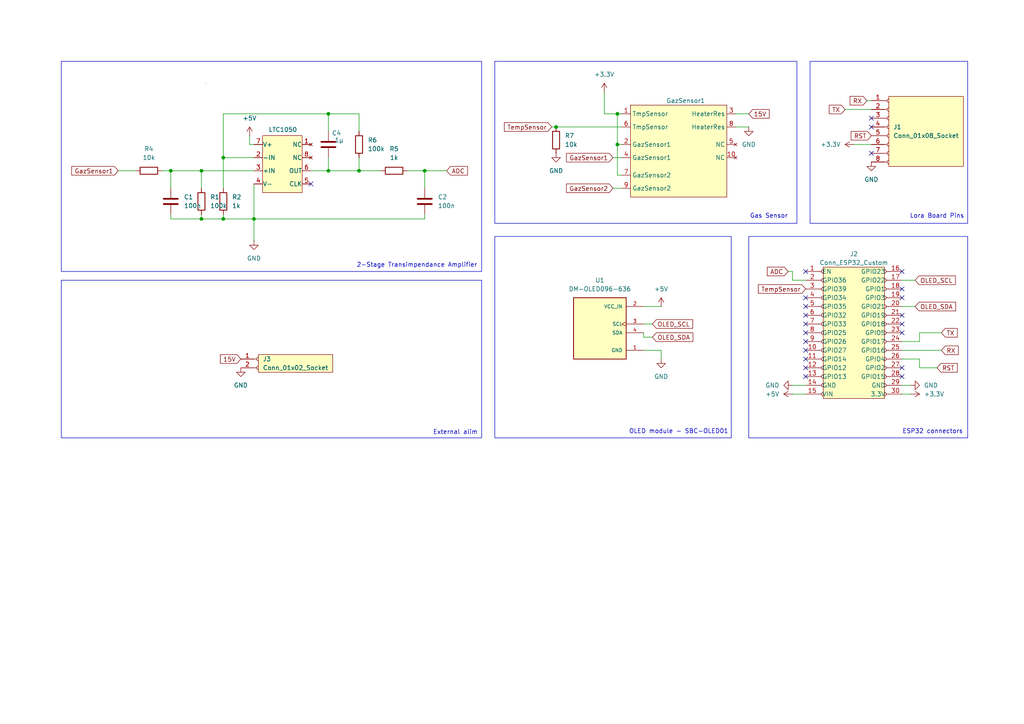
<source format=kicad_sch>
(kicad_sch (version 20250114) (generator "eeschema") (generator_version "9.0")
  (paper "A4")
  (lib_symbols
    (symbol "Connector:Conn_01x02_Socket" (pin_names (offset 1.016) (hide yes))
      (property "Reference" "J3" (at 1.27 0.0001 0))
      (property "Value" "Conn_01x02_Socket" (at 1.27 -2.5399 0))
      (symbol "Conn_01x02_Socket_1_1"
        (polyline (pts (xy -1.27 0) (xy -0.508 0)) (stroke (width 0.1524)))
        (polyline (pts (xy -1.27 -2.54) (xy -0.508 -2.54)) (stroke (width 0.1524)))
        (rectangle (start 0 1.27) (end 21.59 -3.81) (fill (type background)))
        (arc (start 0 -0.508) (mid -0.5058 0) (end 0 0.508) (stroke (width 0.1524)))
        (arc (start 0 -3.048) (mid -0.5058 -2.54) (end 0 -2.032) (stroke (width 0.1524)))
        (pin passive line (at -5.08 0 0) (length 3.81) (name "Pin_1") (number "1"))
        (pin passive line (at -5.08 -2.54 0) (length 3.81) (name "Pin_2") (number "2"))
      )
    )
    (symbol "Connector:Conn_01x08_Socket" (pin_names (offset 1.016) (hide yes))
      (property "Reference" "J1" (at 1.27 0.0001 0))
      (property "Value" "Conn_01x08_Socket" (at 1.27 -2.5399 0))
      (symbol "Conn_01x08_Socket_1_1"
        (polyline (pts (xy -1.27 7.62) (xy -0.508 7.62)) (stroke (width 0.1524)))
        (polyline (pts (xy -1.27 5.08) (xy -0.508 5.08)) (stroke (width 0.1524)))
        (polyline (pts (xy -1.27 2.54) (xy -0.508 2.54)) (stroke (width 0.1524)))
        (polyline (pts (xy -1.27 0) (xy -0.508 0)) (stroke (width 0.1524)))
        (polyline (pts (xy -1.27 -2.54) (xy -0.508 -2.54)) (stroke (width 0.1524)))
        (polyline (pts (xy -1.27 -5.08) (xy -0.508 -5.08)) (stroke (width 0.1524)))
        (polyline (pts (xy -1.27 -7.62) (xy -0.508 -7.62)) (stroke (width 0.1524)))
        (polyline (pts (xy -1.27 -10.16) (xy -0.508 -10.16)) (stroke (width 0.1524)))
        (rectangle (start 0 8.89) (end 21.59 -11.43) (fill (type background)))
        (arc (start 0 7.112) (mid -0.5058 7.62) (end 0 8.128) (stroke (width 0.1524)))
        (arc (start 0 4.572) (mid -0.5058 5.08) (end 0 5.588) (stroke (width 0.1524)))
        (arc (start 0 2.032) (mid -0.5058 2.54) (end 0 3.048) (stroke (width 0.1524)))
        (arc (start 0 -0.508) (mid -0.5058 0) (end 0 0.508) (stroke (width 0.1524)))
        (arc (start 0 -3.048) (mid -0.5058 -2.54) (end 0 -2.032) (stroke (width 0.1524)))
        (arc (start 0 -5.588) (mid -0.5058 -5.08) (end 0 -4.572) (stroke (width 0.1524)))
        (arc (start 0 -8.128) (mid -0.5058 -7.62) (end 0 -7.112) (stroke (width 0.1524)))
        (arc (start 0 -10.668) (mid -0.5058 -10.16) (end 0 -9.652) (stroke (width 0.1524)))
        (pin passive line (at -5.08 7.62 0) (length 3.81) (name "Pin_1") (number "1"))
        (pin passive line (at -5.08 5.08 0) (length 3.81) (name "Pin_2") (number "2"))
        (pin passive line (at -5.08 2.54 0) (length 3.81) (name "Pin_3") (number "3"))
        (pin passive line (at -5.08 0 0) (length 3.81) (name "Pin_4") (number "4"))
        (pin passive line (at -5.08 -2.54 0) (length 3.81) (name "Pin_5") (number "5"))
        (pin passive line (at -5.08 -5.08 0) (length 3.81) (name "Pin_6") (number "6"))
        (pin passive line (at -5.08 -7.62 0) (length 3.81) (name "Pin_7") (number "7"))
        (pin passive line (at -5.08 -10.16 0) (length 3.81) (name "Pin_8") (number "8"))
      )
    )
    (symbol "DM-OLED096-636:DM-OLED096-636" (pin_names (offset 1.016))
      (property "Reference" "U1" (at 0 15.24 0))
      (property "Value" "DM-OLED096-636" (at 0 12.7 0))
      (symbol "DM-OLED096-636_0_0"
        (rectangle (start -7.62 10.16) (end 7.62 -7.62) (stroke (width 0.254)) (fill (type background)))
        (pin power_in line (at 12.7 7.62 180) (length 5.08) (name "VCC_IN") (number "2"))
        (pin input clock (at 12.7 2.54 180) (length 5.08) (name "SCL") (number "3"))
        (pin bidirectional line (at 12.7 0 180) (length 5.08) (name "SDA") (number "4"))
        (pin power_in line (at 12.7 -5.08 180) (length 5.08) (name "GND") (number "1"))
      )
    )
    (symbol "Device:C" (pin_numbers (hide yes)) (pin_names (offset 0.254))
      (property "Reference" "C" (at 0.635 2.54 0))
      (property "Value" "C" (at 0.635 -2.54 0))
      (symbol "C_0_1"
        (polyline (pts (xy -2.032 0.762) (xy 2.032 0.762)) (stroke (width 0.508)))
        (polyline (pts (xy -2.032 -0.762) (xy 2.032 -0.762)) (stroke (width 0.508)))
      )
      (symbol "C_1_1"
        (pin passive line (at 0 3.81 270) (length 2.794) (name "~") (number "1"))
        (pin passive line (at 0 -3.81 90) (length 2.794) (name "~") (number "2"))
      )
    )
    (symbol "Device:R" (pin_numbers (hide yes)) (pin_names (offset 0))
      (property "Reference" "R" (at 2.032 0 90))
      (property "Value" "R" (at 0 0 90))
      (symbol "R_0_1"
        (rectangle (start -1.016 -2.54) (end 1.016 2.54) (stroke (width 0.254)))
      )
      (symbol "R_1_1"
        (pin passive line (at 0 3.81 270) (length 1.27) (name "~") (number "1"))
        (pin passive line (at 0 -3.81 90) (length 1.27) (name "~") (number "2"))
      )
    )
    (symbol "ESP32:Conn_ESP32_Custom" (pin_names (offset 1.016))
      (property "Reference" "J2" (at -7.62 16.51 0))
      (property "Value" "Conn_ESP32_Custom" (at -7.62 13.97 0))
      (symbol "Conn_ESP32_Custom_1_1"
        (polyline (pts (xy -17.78 11.43) (xy -17.018 11.43)) (stroke (width 0.1524)))
        (polyline (pts (xy -17.78 8.89) (xy -17.018 8.89)) (stroke (width 0.1524)))
        (polyline (pts (xy -17.78 6.35) (xy -17.018 6.35)) (stroke (width 0.1524)))
        (polyline (pts (xy -17.78 3.81) (xy -17.018 3.81)) (stroke (width 0.1524)))
        (polyline (pts (xy -17.78 1.27) (xy -17.018 1.27)) (stroke (width 0.1524)))
        (polyline (pts (xy -17.78 -1.27) (xy -17.018 -1.27)) (stroke (width 0.1524)))
        (polyline (pts (xy -17.78 -3.81) (xy -17.018 -3.81)) (stroke (width 0.1524)))
        (polyline (pts (xy -17.78 -6.35) (xy -17.018 -6.35)) (stroke (width 0.1524)))
        (polyline (pts (xy -17.78 -8.89) (xy -17.018 -8.89)) (stroke (width 0.1524)))
        (polyline (pts (xy -17.78 -11.43) (xy -17.018 -11.43)) (stroke (width 0.1524)))
        (polyline (pts (xy -17.78 -13.97) (xy -17.018 -13.97)) (stroke (width 0.1524)))
        (polyline (pts (xy -17.78 -16.51) (xy -17.018 -16.51)) (stroke (width 0.1524)))
        (polyline (pts (xy -17.78 -19.05) (xy -17.018 -19.05)) (stroke (width 0.1524)))
        (polyline (pts (xy -17.78 -21.59) (xy -17.018 -21.59)) (stroke (width 0.1524)))
        (polyline (pts (xy -17.78 -24.13) (xy -17.018 -24.13)) (stroke (width 0.1524)))
        (rectangle (start -16.51 12.7) (end 1.27 -25.4) (fill (type background)))
        (arc (start -16.51 10.922) (mid -17.0158 11.43) (end -16.51 11.938) (stroke (width 0.1524)))
        (arc (start -16.51 8.382) (mid -17.0158 8.89) (end -16.51 9.398) (stroke (width 0.1524)))
        (arc (start -16.51 5.842) (mid -17.0158 6.35) (end -16.51 6.858) (stroke (width 0.1524)))
        (arc (start -16.51 3.302) (mid -17.0158 3.81) (end -16.51 4.318) (stroke (width 0.1524)))
        (arc (start -16.51 0.762) (mid -17.0158 1.27) (end -16.51 1.778) (stroke (width 0.1524)))
        (arc (start -16.51 -1.778) (mid -17.0158 -1.27) (end -16.51 -0.762) (stroke (width 0.1524)))
        (arc (start -16.51 -4.318) (mid -17.0158 -3.81) (end -16.51 -3.302) (stroke (width 0.1524)))
        (arc (start -16.51 -6.858) (mid -17.0158 -6.35) (end -16.51 -5.842) (stroke (width 0.1524)))
        (arc (start -16.51 -9.398) (mid -17.0158 -8.89) (end -16.51 -8.382) (stroke (width 0.1524)))
        (arc (start -16.51 -11.938) (mid -17.0158 -11.43) (end -16.51 -10.922) (stroke (width 0.1524)))
        (arc (start -16.51 -14.478) (mid -17.0158 -13.97) (end -16.51 -13.462) (stroke (width 0.1524)))
        (arc (start -16.51 -17.018) (mid -17.0158 -16.51) (end -16.51 -16.002) (stroke (width 0.1524)))
        (arc (start -16.51 -19.558) (mid -17.0158 -19.05) (end -16.51 -18.542) (stroke (width 0.1524)))
        (arc (start -16.51 -22.098) (mid -17.0158 -21.59) (end -16.51 -21.082) (stroke (width 0.1524)))
        (arc (start -16.51 -24.638) (mid -17.0158 -24.13) (end -16.51 -23.622) (stroke (width 0.1524)))
        (arc (start 1.27 11.938) (mid 1.7758 11.43) (end 1.27 10.922) (stroke (width 0.1524)))
        (arc (start 1.27 9.398) (mid 1.7758 8.89) (end 1.27 8.382) (stroke (width 0.1524)))
        (arc (start 1.27 6.858) (mid 1.7758 6.35) (end 1.27 5.842) (stroke (width 0.1524)))
        (arc (start 1.27 4.318) (mid 1.7758 3.81) (end 1.27 3.302) (stroke (width 0.1524)))
        (arc (start 1.27 1.778) (mid 1.7758 1.27) (end 1.27 0.762) (stroke (width 0.1524)))
        (arc (start 1.27 -0.762) (mid 1.7758 -1.27) (end 1.27 -1.778) (stroke (width 0.1524)))
        (arc (start 1.27 -3.302) (mid 1.7758 -3.81) (end 1.27 -4.318) (stroke (width 0.1524)))
        (arc (start 1.27 -5.842) (mid 1.7758 -6.35) (end 1.27 -6.858) (stroke (width 0.1524)))
        (arc (start 1.27 -8.382) (mid 1.7758 -8.89) (end 1.27 -9.398) (stroke (width 0.1524)))
        (arc (start 1.27 -10.922) (mid 1.7758 -11.43) (end 1.27 -11.938) (stroke (width 0.1524)))
        (arc (start 1.27 -13.462) (mid 1.7758 -13.97) (end 1.27 -14.478) (stroke (width 0.1524)))
        (arc (start 1.27 -16.002) (mid 1.7758 -16.51) (end 1.27 -17.018) (stroke (width 0.1524)))
        (arc (start 1.27 -18.542) (mid 1.7758 -19.05) (end 1.27 -19.558) (stroke (width 0.1524)))
        (arc (start 1.27 -21.082) (mid 1.7758 -21.59) (end 1.27 -22.098) (stroke (width 0.1524)))
        (arc (start 1.27 -23.622) (mid 1.7758 -24.13) (end 1.27 -24.638) (stroke (width 0.1524)))
        (polyline (pts (xy 2.54 11.43) (xy 1.778 11.43)) (stroke (width 0.1524)))
        (polyline (pts (xy 2.54 8.89) (xy 1.778 8.89)) (stroke (width 0.1524)))
        (polyline (pts (xy 2.54 6.35) (xy 1.778 6.35)) (stroke (width 0.1524)))
        (polyline (pts (xy 2.54 3.81) (xy 1.778 3.81)) (stroke (width 0.1524)))
        (polyline (pts (xy 2.54 1.27) (xy 1.778 1.27)) (stroke (width 0.1524)))
        (polyline (pts (xy 2.54 -1.27) (xy 1.778 -1.27)) (stroke (width 0.1524)))
        (polyline (pts (xy 2.54 -3.81) (xy 1.778 -3.81)) (stroke (width 0.1524)))
        (polyline (pts (xy 2.54 -6.35) (xy 1.778 -6.35)) (stroke (width 0.1524)))
        (polyline (pts (xy 2.54 -8.89) (xy 1.778 -8.89)) (stroke (width 0.1524)))
        (polyline (pts (xy 2.54 -11.43) (xy 1.778 -11.43)) (stroke (width 0.1524)))
        (polyline (pts (xy 2.54 -13.97) (xy 1.778 -13.97)) (stroke (width 0.1524)))
        (polyline (pts (xy 2.54 -16.51) (xy 1.778 -16.51)) (stroke (width 0.1524)))
        (polyline (pts (xy 2.54 -19.05) (xy 1.778 -19.05)) (stroke (width 0.1524)))
        (polyline (pts (xy 2.54 -21.59) (xy 1.778 -21.59)) (stroke (width 0.1524)))
        (polyline (pts (xy 2.54 -24.13) (xy 1.778 -24.13)) (stroke (width 0.1524)))
        (pin passive line (at -21.59 11.43 0) (length 3.81) (name "EN") (number "1"))
        (pin passive line (at -21.59 8.89 0) (length 3.81) (name "GPIO36") (number "2"))
        (pin passive line (at -21.59 6.35 0) (length 3.81) (name "GPIO39") (number "3"))
        (pin passive line (at -21.59 3.81 0) (length 3.81) (name "GPIO34") (number "4"))
        (pin passive line (at -21.59 1.27 0) (length 3.81) (name "GPIO35") (number "5"))
        (pin passive line (at -21.59 -1.27 0) (length 3.81) (name "GPIO32") (number "6"))
        (pin passive line (at -21.59 -3.81 0) (length 3.81) (name "GPIO33") (number "7"))
        (pin passive line (at -21.59 -6.35 0) (length 3.81) (name "GPIO25") (number "8"))
        (pin passive line (at -21.59 -8.89 0) (length 3.81) (name "GPIO26") (number "9"))
        (pin passive line (at -21.59 -11.43 0) (length 3.81) (name "GPIO27") (number "10"))
        (pin passive line (at -21.59 -13.97 0) (length 3.81) (name "GPIO14") (number "11"))
        (pin passive line (at -21.59 -16.51 0) (length 3.81) (name "GPIO12") (number "12"))
        (pin passive line (at -21.59 -19.05 0) (length 3.81) (name "GPIO13") (number "13"))
        (pin passive line (at -21.59 -21.59 0) (length 3.81) (name "GND") (number "14"))
        (pin passive line (at -21.59 -24.13 0) (length 3.81) (name "VIN") (number "15"))
        (pin passive line (at 6.35 11.43 180) (length 3.81) (name "GPIO23") (number "16"))
        (pin passive line (at 6.35 8.89 180) (length 3.81) (name "GPIO22") (number "17"))
        (pin passive line (at 6.35 6.35 180) (length 3.81) (name "GPIO1") (number "18"))
        (pin passive line (at 6.35 3.81 180) (length 3.81) (name "GPIO3") (number "19"))
        (pin passive line (at 6.35 1.27 180) (length 3.81) (name "GPIO21") (number "20"))
        (pin passive line (at 6.35 -1.27 180) (length 3.81) (name "GPIO19") (number "21"))
        (pin passive line (at 6.35 -3.81 180) (length 3.81) (name "GPIO18") (number "22"))
        (pin passive line (at 6.35 -6.35 180) (length 3.81) (name "GPIO5") (number "23"))
        (pin passive line (at 6.35 -8.89 180) (length 3.81) (name "GPIO17") (number "24"))
        (pin passive line (at 6.35 -11.43 180) (length 3.81) (name "GPIO16") (number "25"))
        (pin passive line (at 6.35 -13.97 180) (length 3.81) (name "GPIO4") (number "26"))
        (pin passive line (at 6.35 -16.51 180) (length 3.81) (name "GPIO2") (number "27"))
        (pin passive line (at 6.35 -19.05 180) (length 3.81) (name "GPIO15") (number "28"))
        (pin passive line (at 6.35 -21.59 180) (length 3.81) (name "GND") (number "29"))
        (pin passive line (at 6.35 -24.13 180) (length 3.81) (name "3.3V") (number "30"))
      )
    )
    (symbol "LTC1050:LTC1050" (pin_names (offset 0.002))
      (property "Reference" "LTC1050" (at -0.508 5.588 0))
      (symbol "LTC1050_0_1"
        (rectangle (start -22.86 19.05) (end -22.86 19.05))
      )
      (symbol "LTC1050_1_1"
        (rectangle (start -6.35 3.81) (end 5.08 -12.7) (fill (type background)))
        (pin input line (at -8.89 1.27 0) (length 2.54) (name "V+") (number "7"))
        (pin input line (at -8.89 -2.54 0) (length 2.54) (name "-IN") (number "2"))
        (pin input line (at -8.89 -6.35 0) (length 2.54) (name "+IN") (number "3"))
        (pin input line (at -8.89 -10.16 0) (length 2.54) (name "V-") (number "4"))
        (pin no_connect line (at 7.62 1.27 180) (length 2.54) (name "NC") (number "1"))
        (pin no_connect line (at 7.62 -2.54 180) (length 2.54) (name "NC") (number "8"))
        (pin output line (at 7.62 -6.35 180) (length 2.54) (name "OUT") (number "6"))
        (pin input line (at 7.62 -10.16 180) (length 2.54) (name "CLK") (number "5"))
      )
    )
    (symbol "gaz_sensor:gaz_sensor"
      (property "Reference" "GazSensor" (at 2.032 1.27 0))
      (symbol "gaz_sensor_0_1"
        (rectangle (start -13.97 0) (end -13.97 0))
      )
      (symbol "gaz_sensor_1_1"
        (rectangle (start -13.97 0) (end 13.97 -26.67) (fill (type background)))
        (pin input line (at -16.51 -2.54 0) (length 2.54) (name "TmpSensor") (number "1"))
        (pin output line (at -16.51 -6.35 0) (length 2.54) (name "TmpSensor") (number "6"))
        (pin input line (at -16.51 -11.43 0) (length 2.54) (name "GazSensor1") (number "2"))
        (pin output line (at -16.51 -15.24 0) (length 2.54) (name "GazSensor1") (number "4"))
        (pin input line (at -16.51 -20.32 0) (length 2.54) (name "GazSensor2") (number "7"))
        (pin output line (at -16.51 -24.13 0) (length 2.54) (name "GazSensor2") (number "9"))
        (pin input line (at 16.51 -2.54 180) (length 2.54) (name "HeaterRes") (number "3"))
        (pin input line (at 16.51 -6.35 180) (length 2.54) (name "HeaterRes") (number "8"))
        (pin no_connect line (at 16.51 -11.43 180) (length 2.54) (name "NC") (number "5"))
        (pin no_connect line (at 16.51 -15.24 180) (length 2.54) (name "NC") (number "10"))
      )
    )
    (symbol "power:+3.3V" (power) (pin_numbers (hide yes)) (pin_names (offset 0) (hide yes))
      (property "Value" "+3.3V" (at 0 3.556 0))
      (symbol "+3.3V_0_1"
        (polyline (pts (xy -0.762 1.27) (xy 0 2.54)))
        (polyline (pts (xy 0 2.54) (xy 0.762 1.27)))
        (polyline (pts (xy 0 0) (xy 0 2.54)))
      )
      (symbol "+3.3V_1_1"
        (pin power_in line (at 0 0 90) (length 0) (name "~") (number "1"))
      )
    )
    (symbol "power:+5V" (power) (pin_numbers (hide yes)) (pin_names (offset 0) (hide yes))
      (property "Value" "+5V" (at 0 3.556 0))
      (symbol "+5V_0_1"
        (polyline (pts (xy -0.762 1.27) (xy 0 2.54)))
        (polyline (pts (xy 0 2.54) (xy 0.762 1.27)))
        (polyline (pts (xy 0 0) (xy 0 2.54)))
      )
      (symbol "+5V_1_1"
        (pin power_in line (at 0 0 90) (length 0) (name "~") (number "1"))
      )
    )
    (symbol "power:GND" (power) (pin_numbers (hide yes)) (pin_names (offset 0) (hide yes))
      (property "Value" "GND" (at 0 -3.81 0))
      (symbol "GND_0_1"
        (polyline (pts (xy 0 0) (xy 0 -1.27) (xy 1.27 -1.27) (xy 0 -2.54) (xy -1.27 -1.27) (xy 0 -1.27)))
      )
      (symbol "GND_1_1"
        (pin power_in line (at 0 0 270) (length 0) (name "~") (number "1"))
      )
    )
  )
  (rectangle (start 143.51 17.78) (end 231.14 64.77))
  (rectangle (start 17.78 81.28) (end 139.7 127))
  (rectangle (start 217.17 68.58) (end 280.67 127))
  (rectangle (start 234.95 17.78) (end 280.67 64.77))
  (rectangle (start 143.51 68.58) (end 212.09 127))
  (rectangle (start 17.78 17.78) (end 139.7 78.74))
  (text "External alim\n" (at 132.08 125.476 0) (effects (font (size 1.27 1.27))))
  (text "OLED module - SBC-OLED01\n" (at 196.85 125.222 0) (effects (font (size 1.27 1.27))))
  (text "Gas Sensor\n" (at 223.012 62.738 0) (effects (font (size 1.27 1.27))))
  (text "2-Stage Transimpendance Amplifier " (at 121.412 76.962 0) (effects (font (size 1.27 1.27))))
  (text "Lora Board Pins" (at 271.78 62.738 0) (effects (font (size 1.27 1.27))))
  (text "ESP32 connectors\n" (at 270.51 125.222 0) (effects (font (size 1.27 1.27))))
  (junction (at 64.77 45.72))
  (junction (at 49.53 49.53))
  (junction (at 73.66 63.5))
  (junction (at 95.25 33.02))
  (junction (at 161.29 36.83))
  (junction (at 95.25 49.53))
  (junction (at 104.14 49.53))
  (junction (at 123.19 49.53))
  (junction (at 58.42 49.53))
  (junction (at 58.42 63.5))
  (junction (at 179.07 33.02))
  (junction (at 64.77 63.5))
  (junction (at 179.07 41.91))
  (no_connect (at 233.68 91.44))
  (no_connect (at 233.68 86.36))
  (no_connect (at 233.68 109.22))
  (no_connect (at 261.62 96.52))
  (no_connect (at 233.68 101.6))
  (no_connect (at 252.73 34.29))
  (no_connect (at 90.17 53.34))
  (no_connect (at 233.68 99.06))
  (no_connect (at 252.73 36.83))
  (no_connect (at 261.62 91.44))
  (no_connect (at 233.68 88.9))
  (no_connect (at 252.73 44.45))
  (no_connect (at 233.68 78.74))
  (no_connect (at 261.62 78.74))
  (no_connect (at 233.68 96.52))
  (no_connect (at 233.68 93.98))
  (no_connect (at 261.62 109.22))
  (no_connect (at 233.68 106.68))
  (no_connect (at 233.68 104.14))
  (no_connect (at 261.62 93.98))
  (no_connect (at 261.62 86.36))
  (no_connect (at 261.62 83.82))
  (no_connect (at 261.62 106.68))
  (wire (pts (xy 179.07 33.02) (xy 180.34 33.02)))
  (wire (pts (xy 247.65 41.91) (xy 252.73 41.91)))
  (wire (pts (xy 177.8 54.61) (xy 180.34 54.61)))
  (wire (pts (xy 64.77 45.72) (xy 64.77 54.61)))
  (wire (pts (xy 213.36 33.02) (xy 217.17 33.02)))
  (wire (pts (xy 228.6 78.74) (xy 229.87 78.74)))
  (wire (pts (xy 104.14 45.72) (xy 104.14 49.53)))
  (wire (pts (xy 95.25 49.53) (xy 104.14 49.53)))
  (wire (pts (xy 191.77 101.6) (xy 191.77 104.14)))
  (wire (pts (xy 104.14 38.1) (xy 104.14 33.02)))
  (wire (pts (xy 123.19 63.5) (xy 123.19 62.23)))
  (wire (pts (xy 179.07 33.02) (xy 179.07 41.91)))
  (wire (pts (xy 64.77 62.23) (xy 64.77 63.5)))
  (wire (pts (xy 123.19 49.53) (xy 129.54 49.53)))
  (wire (pts (xy 266.7 96.52) (xy 273.05 96.52)))
  (wire (pts (xy 104.14 33.02) (xy 95.25 33.02)))
  (wire (pts (xy 213.36 36.83) (xy 217.17 36.83)))
  (wire (pts (xy 49.53 49.53) (xy 49.53 54.61)))
  (wire (pts (xy 261.62 111.76) (xy 264.16 111.76)))
  (wire (pts (xy 229.87 111.76) (xy 233.68 111.76)))
  (wire (pts (xy 58.42 62.23) (xy 58.42 63.5)))
  (wire (pts (xy 177.8 45.72) (xy 180.34 45.72)))
  (wire (pts (xy 95.25 38.1) (xy 95.25 33.02)))
  (wire (pts (xy 118.11 49.53) (xy 123.19 49.53)))
  (wire (pts (xy 186.69 97.79) (xy 189.23 97.79)))
  (wire (pts (xy 186.69 88.9) (xy 191.77 88.9)))
  (wire (pts (xy 161.29 36.83) (xy 180.34 36.83)))
  (wire (pts (xy 266.7 106.68) (xy 271.78 106.68)))
  (wire (pts (xy 58.42 49.53) (xy 73.66 49.53)))
  (wire (pts (xy 73.66 63.5) (xy 73.66 69.85)))
  (wire (pts (xy 179.07 41.91) (xy 179.07 50.8)))
  (wire (pts (xy 58.42 63.5) (xy 64.77 63.5)))
  (wire (pts (xy 104.14 49.53) (xy 110.49 49.53)))
  (wire (pts (xy 73.66 53.34) (xy 73.66 63.5)))
  (wire (pts (xy 266.7 106.68) (xy 266.7 104.14)))
  (wire (pts (xy 186.69 96.52) (xy 186.69 97.79)))
  (wire (pts (xy 49.53 63.5) (xy 58.42 63.5)))
  (wire (pts (xy 229.87 114.3) (xy 233.68 114.3)))
  (wire (pts (xy 186.69 101.6) (xy 191.77 101.6)))
  (wire (pts (xy 123.19 49.53) (xy 123.19 54.61)))
  (wire (pts (xy 64.77 45.72) (xy 73.66 45.72)))
  (wire (pts (xy 49.53 62.23) (xy 49.53 63.5)))
  (wire (pts (xy 58.42 49.53) (xy 58.42 54.61)))
  (wire (pts (xy 73.66 63.5) (xy 123.19 63.5)))
  (wire (pts (xy 73.66 41.91) (xy 72.39 41.91)))
  (wire (pts (xy 95.25 45.72) (xy 95.25 49.53)))
  (wire (pts (xy 64.77 63.5) (xy 73.66 63.5)))
  (wire (pts (xy 95.25 33.02) (xy 64.77 33.02)))
  (wire (pts (xy 229.87 78.74) (xy 229.87 81.28)))
  (wire (pts (xy 179.07 41.91) (xy 180.34 41.91)))
  (wire (pts (xy 34.29 49.53) (xy 39.37 49.53)))
  (wire (pts (xy 266.7 96.52) (xy 266.7 99.06)))
  (wire (pts (xy 261.62 101.6) (xy 273.05 101.6)))
  (wire (pts (xy 266.7 99.06) (xy 261.62 99.06)))
  (wire (pts (xy 186.69 93.98) (xy 189.23 93.98)))
  (wire (pts (xy 64.77 33.02) (xy 64.77 45.72)))
  (wire (pts (xy 261.62 88.9) (xy 265.43 88.9)))
  (wire (pts (xy 175.26 33.02) (xy 179.07 33.02)))
  (wire (pts (xy 49.53 49.53) (xy 58.42 49.53)))
  (wire (pts (xy 46.99 49.53) (xy 49.53 49.53)))
  (wire (pts (xy 175.26 26.67) (xy 175.26 33.02)))
  (wire (pts (xy 72.39 41.91) (xy 72.39 39.37)))
  (wire (pts (xy 245.11 31.75) (xy 252.73 31.75)))
  (wire (pts (xy 160.02 36.83) (xy 161.29 36.83)))
  (wire (pts (xy 266.7 104.14) (xy 261.62 104.14)))
  (wire (pts (xy 261.62 114.3) (xy 264.16 114.3)))
  (wire (pts (xy 251.46 29.21) (xy 252.73 29.21)))
  (wire (pts (xy 179.07 50.8) (xy 180.34 50.8)))
  (wire (pts (xy 229.87 81.28) (xy 233.68 81.28)))
  (wire (pts (xy 261.62 81.28) (xy 265.43 81.28)))
  (wire (pts (xy 90.17 49.53) (xy 95.25 49.53)))
  (global_label "GazSensor1" (shape input) (at 34.29 49.53 180) (property "Intersheetrefs" "${INTERSHEET_REFS}" (effects (hide yes))))
  (global_label "15V" (shape input) (at 217.17 33.02 0) (property "Intersheetrefs" "${INTERSHEET_REFS}" (effects (hide yes))))
  (global_label "RX" (shape input) (at 251.46 29.21 180) (property "Intersheetrefs" "${INTERSHEET_REFS}" (effects (hide yes))))
  (global_label "GazSensor2" (shape input) (at 177.8 54.61 180) (property "Intersheetrefs" "${INTERSHEET_REFS}" (effects (hide yes))))
  (global_label "ADC" (shape input) (at 228.6 78.74 180) (property "Intersheetrefs" "${INTERSHEET_REFS}" (effects (hide yes))))
  (global_label "TX" (shape input) (at 273.05 96.52 0) (property "Intersheetrefs" "${INTERSHEET_REFS}" (effects (hide yes))))
  (global_label "TempSensor" (shape input) (at 233.68 83.82 180) (property "Intersheetrefs" "${INTERSHEET_REFS}" (effects (hide yes))))
  (global_label "TX" (shape input) (at 245.11 31.75 180) (property "Intersheetrefs" "${INTERSHEET_REFS}" (effects (hide yes))))
  (global_label "OLED_SCL" (shape input) (at 189.23 93.98 0) (property "Intersheetrefs" "${INTERSHEET_REFS}" (effects (hide yes))))
  (global_label "TempSensor" (shape input) (at 160.02 36.83 180) (property "Intersheetrefs" "${INTERSHEET_REFS}" (effects (hide yes))))
  (global_label "15V" (shape input) (at 69.85 104.14 180) (property "Intersheetrefs" "${INTERSHEET_REFS}" (effects (hide yes))))
  (global_label "RX" (shape input) (at 273.05 101.6 0) (property "Intersheetrefs" "${INTERSHEET_REFS}" (effects (hide yes))))
  (global_label "RST" (shape input) (at 271.78 106.68 0) (property "Intersheetrefs" "${INTERSHEET_REFS}" (effects (hide yes))))
  (global_label "RST" (shape input) (at 252.73 39.37 180) (property "Intersheetrefs" "${INTERSHEET_REFS}" (effects (hide yes))))
  (global_label "OLED_SCL" (shape input) (at 265.43 81.28 0) (property "Intersheetrefs" "${INTERSHEET_REFS}" (effects (hide yes))))
  (global_label "OLED_SDA" (shape input) (at 265.43 88.9 0) (property "Intersheetrefs" "${INTERSHEET_REFS}" (effects (hide yes))))
  (global_label "ADC" (shape input) (at 129.54 49.53 0) (property "Intersheetrefs" "${INTERSHEET_REFS}" (effects (hide yes))))
  (global_label "GazSensor1" (shape input) (at 177.8 45.72 180) (property "Intersheetrefs" "${INTERSHEET_REFS}" (effects (hide yes))))
  (global_label "OLED_SDA" (shape input) (at 189.23 97.79 0) (property "Intersheetrefs" "${INTERSHEET_REFS}" (effects (hide yes))))
  (symbol (lib_id "Device:R") (at 58.42 58.42 0) (unit 1)
    (property "Reference" "R1" (at 60.96 57.1499 0) (effects (justify left)))
    (property "Value" "100k" (at 60.96 59.6899 0) (effects (justify left)))
    (property "Footprint" "Resistor_THT:R_Axial_DIN0207_L6.3mm_D2.5mm_P10.16mm_Horizontal" (effects (hide yes)))
    (property "Description" "Resistor" (effects (hide yes)))
  )
  (symbol (lib_id "power:GND") (at 217.17 36.83 0) (unit 1)
    (property "Reference" "#PWR06" (effects (hide yes)))
    (property "Value" "GND" (at 217.17 41.91 0))
    (property "Description" "Power symbol creates a global label with name \"GND\" , ground" (effects (hide yes)))
  )
  (symbol (lib_id "power:GND") (at 191.77 104.14 0) (unit 1)
    (property "Reference" "#PWR015" (effects (hide yes)))
    (property "Value" "GND" (at 191.77 109.22 0))
    (property "Description" "Power symbol creates a global label with name \"GND\" , ground" (effects (hide yes)))
  )
  (symbol (lib_id "power:GND") (at 69.85 106.68 0) (unit 1)
    (property "Reference" "#PWR02" (effects (hide yes)))
    (property "Value" "GND" (at 69.85 111.76 0))
    (property "Description" "Power symbol creates a global label with name \"GND\" , ground" (effects (hide yes)))
  )
  (symbol (lib_id "power:GND") (at 229.87 111.76 270) (unit 1)
    (property "Reference" "#PWR012" (effects (hide yes)))
    (property "Value" "GND" (at 226.06 111.7599 90) (effects (justify right)))
    (property "Description" "Power symbol creates a global label with name \"GND\" , ground" (effects (hide yes)))
  )
  (symbol (lib_id "LTC1050:LTC1050") (at 82.55 43.18 0) (unit 1)
    (property "Reference" "LTC1050" (at 82.042 37.592 0))
    (property "Footprint" "LTC1050HS8_TRPBF:SO-8_S" (effects (hide yes)))
  )
  (symbol (lib_id "Device:R") (at 64.77 58.42 0) (unit 1)
    (property "Reference" "R2" (at 67.31 57.1499 0) (effects (justify left)))
    (property "Value" "1k" (at 67.31 59.6899 0) (effects (justify left)))
    (property "Footprint" "Resistor_THT:R_Axial_DIN0207_L6.3mm_D2.5mm_P10.16mm_Horizontal" (effects (hide yes)))
    (property "Description" "Resistor" (effects (hide yes)))
  )
  (symbol (lib_id "Device:C") (at 49.53 58.42 0) (unit 1)
    (property "Reference" "C1" (at 53.34 57.1499 0) (effects (justify left)))
    (property "Value" "100n" (at 53.34 59.6899 0) (effects (justify left)))
    (property "Footprint" "Capacitor_THT:C_Disc_D5.1mm_W3.2mm_P5.00mm" (effects (hide yes)))
    (property "Description" "Unpolarized capacitor" (effects (hide yes)))
  )
  (symbol (lib_id "power:+3.3V") (at 247.65 41.91 90) (unit 1)
    (property "Reference" "#PWR011" (effects (hide yes)))
    (property "Value" "+3.3V" (at 243.84 41.9099 90) (effects (justify left)))
    (property "Description" "Power symbol creates a global label with name \"+3.3V\"" (effects (hide yes)))
  )
  (symbol (lib_id "power:GND") (at 264.16 111.76 90) (unit 1)
    (property "Reference" "#PWR013" (effects (hide yes)))
    (property "Value" "GND" (at 267.97 111.7599 90) (effects (justify right)))
    (property "Description" "Power symbol creates a global label with name \"GND\" , ground" (effects (hide yes)))
  )
  (symbol (lib_id "Connector:Conn_01x08_Socket") (at 257.81 36.83 0) (unit 1)
    (property "Reference" "J1" (at 259.08 36.8299 0) (effects (justify left)))
    (property "Value" "Conn_01x08_Socket" (at 259.08 39.3699 0) (effects (justify left)))
    (property "Footprint" "Connector_PinSocket_2.54mm:PinSocket_1x08_P2.54mm_Vertical" (effects (hide yes)))
    (property "Description" "Generic connector, single row, 01x08, script generated" (effects (hide yes)))
  )
  (symbol (lib_id "Device:R") (at 114.3 49.53 90) (unit 1)
    (property "Reference" "R5" (at 114.3 43.18 90))
    (property "Value" "1k" (at 114.3 45.72 90))
    (property "Footprint" "Resistor_THT:R_Axial_DIN0207_L6.3mm_D2.5mm_P10.16mm_Horizontal" (effects (hide yes)))
    (property "Description" "Resistor" (effects (hide yes)))
  )
  (symbol (lib_id "Connector:Conn_01x02_Socket") (at 74.93 104.14 0) (unit 1)
    (property "Reference" "J3" (at 76.2 104.1399 0) (effects (justify left)))
    (property "Value" "Conn_01x02_Socket" (at 76.2 106.6799 0) (effects (justify left)))
    (property "Footprint" "Connector_PinSocket_2.54mm:PinSocket_1x02_P2.54mm_Vertical" (effects (hide yes)))
    (property "Description" "Generic connector, single row, 01x02, script generated" (effects (hide yes)))
  )
  (symbol (lib_id "DM-OLED096-636:DM-OLED096-636") (at 173.99 96.52 0) (unit 1)
    (property "Reference" "U1" (at 173.99 81.28 0))
    (property "Value" "DM-OLED096-636" (at 173.99 83.82 0))
    (property "Footprint" "DM-OLED096-636:MODULE_DM-OLED096-636" (effects (hide yes)))
    (property "MF" "Display Module" (effects (hide yes)))
    (property "MAXIMUM_PACKAGE_HEIGHT" "11.3 mm" (effects (hide yes)))
    (property "Package" "Package" (effects (hide yes)))
    (property "Price" "None" (effects (hide yes)))
    (property "Check_prices" "https://www.snapeda.com/parts/DM-OLED096-636/Display+Module/view-part/?ref=eda" (effects (hide yes)))
    (property "STANDARD" "Manufacturer Recommendations" (effects (hide yes)))
    (property "PARTREV" "2018-09-10" (effects (hide yes)))
    (property "SnapEDA_Link" "https://www.snapeda.com/parts/DM-OLED096-636/Display+Module/view-part/?ref=snap" (effects (hide yes)))
    (property "MP" "DM-OLED096-636" (effects (hide yes)))
    (property "Description_1" "0.96” 128 X 64 MONOCHROME GRAPHIC OLED DISPLAY MODULE - I2C" (effects (hide yes)))
    (property "Availability" "Not in stock" (effects (hide yes)))
    (property "MANUFACTURER" "Displaymodule" (effects (hide yes)))
  )
  (symbol (lib_id "ESP32:Conn_ESP32_Custom") (at 255.27 90.17 0) (unit 1)
    (property "Reference" "J2" (at 247.65 73.66 0))
    (property "Value" "Conn_ESP32_Custom" (at 247.65 76.2 0))
    (property "Footprint" "Custom_Footprint_ESP32:Custom" (effects (hide yes)))
    (property "Description" "Generic connector, single row, 01x15, script generated" (effects (hide yes)))
  )
  (symbol (lib_id "power:+5V") (at 191.77 88.9 0) (unit 1)
    (property "Reference" "#PWR014" (effects (hide yes)))
    (property "Value" "+5V" (at 191.77 83.82 0))
    (property "Description" "Power symbol creates a global label with name \"+5V\"" (effects (hide yes)))
  )
  (symbol (lib_id "Device:C") (at 123.19 58.42 0) (unit 1)
    (property "Reference" "C2" (at 127 57.1499 0) (effects (justify left)))
    (property "Value" "100n" (at 127 59.6899 0) (effects (justify left)))
    (property "Footprint" "Capacitor_THT:C_Disc_D5.1mm_W3.2mm_P5.00mm" (effects (hide yes)))
    (property "Description" "Unpolarized capacitor" (effects (hide yes)))
  )
  (symbol (lib_id "Device:R") (at 161.29 40.64 0) (unit 1)
    (property "Reference" "R7" (at 163.83 39.3699 0) (effects (justify left)))
    (property "Value" "10k" (at 163.83 41.9099 0) (effects (justify left)))
    (property "Footprint" "Resistor_THT:R_Axial_DIN0207_L6.3mm_D2.5mm_P10.16mm_Horizontal" (effects (hide yes)))
    (property "Description" "Resistor" (effects (hide yes)))
  )
  (symbol (lib_id "power:GND") (at 73.66 69.85 0) (unit 1)
    (property "Reference" "#PWR01" (effects (hide yes)))
    (property "Value" "GND" (at 73.66 74.93 0))
    (property "Description" "Power symbol creates a global label with name \"GND\" , ground" (effects (hide yes)))
  )
  (symbol (lib_id "Device:C") (at 95.25 41.91 0) (unit 1)
    (property "Reference" "C4" (at 96.266 38.608 0) (effects (justify left)))
    (property "Value" "1µ" (at 97.028 40.64 0) (effects (justify left)))
    (property "Footprint" "Capacitor_THT:C_Rect_L7.5mm_W6.5mm_P5.00mm" (effects (hide yes)))
    (property "Description" "Unpolarized capacitor" (effects (hide yes)))
  )
  (symbol (lib_id "power:GND") (at 252.73 46.99 0) (unit 1)
    (property "Reference" "#PWR010" (effects (hide yes)))
    (property "Value" "GND" (at 252.73 52.07 0))
    (property "Description" "Power symbol creates a global label with name \"GND\" , ground" (effects (hide yes)))
  )
  (symbol (lib_id "Device:R") (at 43.18 49.53 90) (unit 1)
    (property "Reference" "R4" (at 43.18 43.18 90))
    (property "Value" "10k" (at 43.18 45.72 90))
    (property "Footprint" "Resistor_THT:R_Axial_DIN0207_L6.3mm_D2.5mm_P10.16mm_Horizontal" (effects (hide yes)))
    (property "Description" "Resistor" (effects (hide yes)))
  )
  (symbol (lib_id "gaz_sensor:gaz_sensor") (at 196.85 30.48 0) (unit 1)
    (property "Reference" "GazSensor1" (at 198.882 29.21 0))
    (property "Footprint" "Package_TO_SOT_THT:TO-5-10_Window" (effects (hide yes)))
  )
  (symbol (lib_id "power:+5V") (at 229.87 114.3 90) (unit 1)
    (property "Reference" "#PWR05" (effects (hide yes)))
    (property "Value" "+5V" (at 226.06 114.2999 90) (effects (justify left)))
    (property "Description" "Power symbol creates a global label with name \"+5V\"" (effects (hide yes)))
  )
  (symbol (lib_id "power:+3.3V") (at 175.26 26.67 0) (unit 1)
    (property "Reference" "#PWR08" (effects (hide yes)))
    (property "Value" "+3.3V" (at 175.26 21.59 0))
    (property "Description" "Power symbol creates a global label with name \"+3.3V\"" (effects (hide yes)))
  )
  (symbol (lib_id "Device:R") (at 104.14 41.91 180) (unit 1)
    (property "Reference" "R6" (at 106.68 40.6399 0) (effects (justify right)))
    (property "Value" "100k" (at 106.68 43.1799 0) (effects (justify right)))
    (property "Footprint" "Resistor_THT:R_Axial_DIN0207_L6.3mm_D2.5mm_P10.16mm_Horizontal" (effects (hide yes)))
    (property "Description" "Resistor" (effects (hide yes)))
  )
  (symbol (lib_id "power:GND") (at 161.29 44.45 0) (unit 1)
    (property "Reference" "#PWR09" (effects (hide yes)))
    (property "Value" "GND" (at 161.29 49.53 0))
    (property "Description" "Power symbol creates a global label with name \"GND\" , ground" (effects (hide yes)))
  )
  (symbol (lib_id "power:+5V") (at 72.39 39.37 0) (unit 1)
    (property "Reference" "#PWR03" (effects (hide yes)))
    (property "Value" "+5V" (at 72.39 34.29 0))
    (property "Description" "Power symbol creates a global label with name \"+5V\"" (effects (hide yes)))
  )
  (symbol (lib_id "power:+3.3V") (at 264.16 114.3 270) (unit 1)
    (property "Reference" "#PWR04" (effects (hide yes)))
    (property "Value" "+3.3V" (at 267.97 114.2999 90) (effects (justify left)))
    (property "Description" "Power symbol creates a global label with name \"+3.3V\"" (effects (hide yes)))
  )
)
</source>
